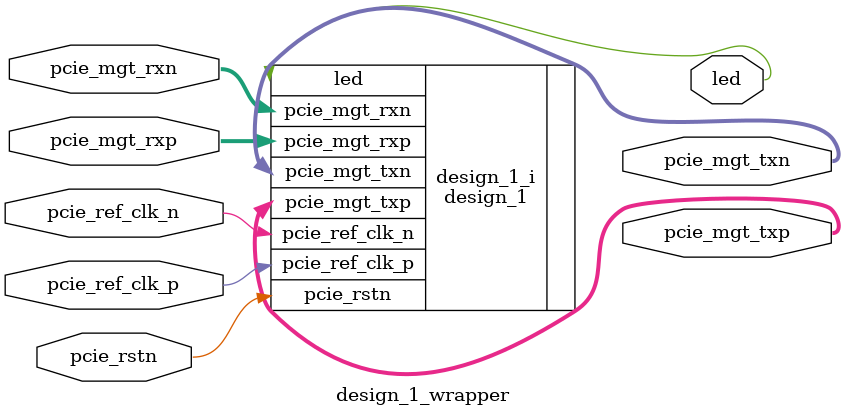
<source format=v>
`timescale 1 ps / 1 ps

module design_1_wrapper
   (led,
    pcie_mgt_rxn,
    pcie_mgt_rxp,
    pcie_mgt_txn,
    pcie_mgt_txp,
    pcie_ref_clk_n,
    pcie_ref_clk_p,
    pcie_rstn);
  output [0:0]led;
  input [3:0]pcie_mgt_rxn;
  input [3:0]pcie_mgt_rxp;
  output [3:0]pcie_mgt_txn;
  output [3:0]pcie_mgt_txp;
  input [0:0]pcie_ref_clk_n;
  input [0:0]pcie_ref_clk_p;
  input pcie_rstn;

  wire [0:0]led;
  wire [3:0]pcie_mgt_rxn;
  wire [3:0]pcie_mgt_rxp;
  wire [3:0]pcie_mgt_txn;
  wire [3:0]pcie_mgt_txp;
  wire [0:0]pcie_ref_clk_n;
  wire [0:0]pcie_ref_clk_p;
  wire pcie_rstn;

  design_1 design_1_i
       (.led(led),
        .pcie_mgt_rxn(pcie_mgt_rxn),
        .pcie_mgt_rxp(pcie_mgt_rxp),
        .pcie_mgt_txn(pcie_mgt_txn),
        .pcie_mgt_txp(pcie_mgt_txp),
        .pcie_ref_clk_n(pcie_ref_clk_n),
        .pcie_ref_clk_p(pcie_ref_clk_p),
        .pcie_rstn(pcie_rstn));
endmodule

</source>
